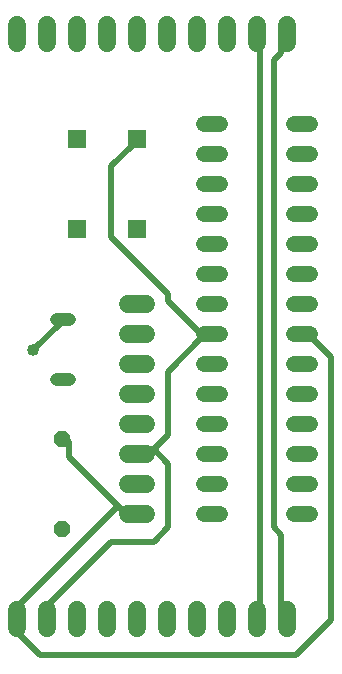
<source format=gbl>
G75*
%MOIN*%
%OFA0B0*%
%FSLAX25Y25*%
%IPPOS*%
%LPD*%
%AMOC8*
5,1,8,0,0,1.08239X$1,22.5*
%
%ADD10C,0.05200*%
%ADD11C,0.06000*%
%ADD12C,0.04400*%
%ADD13OC8,0.05200*%
%ADD14R,0.05906X0.05906*%
%ADD15C,0.01969*%
%ADD16C,0.04000*%
D10*
X0308400Y0126000D02*
X0313600Y0126000D01*
X0313600Y0136000D02*
X0308400Y0136000D01*
X0308400Y0146000D02*
X0313600Y0146000D01*
X0313600Y0156000D02*
X0308400Y0156000D01*
X0308400Y0166000D02*
X0313600Y0166000D01*
X0313600Y0176000D02*
X0308400Y0176000D01*
X0308400Y0186000D02*
X0313600Y0186000D01*
X0313600Y0196000D02*
X0308400Y0196000D01*
X0308400Y0206000D02*
X0313600Y0206000D01*
X0313600Y0216000D02*
X0308400Y0216000D01*
X0308400Y0226000D02*
X0313600Y0226000D01*
X0313600Y0236000D02*
X0308400Y0236000D01*
X0308400Y0246000D02*
X0313600Y0246000D01*
X0313600Y0256000D02*
X0308400Y0256000D01*
X0338400Y0256000D02*
X0343600Y0256000D01*
X0343600Y0246000D02*
X0338400Y0246000D01*
X0338400Y0236000D02*
X0343600Y0236000D01*
X0343600Y0226000D02*
X0338400Y0226000D01*
X0338400Y0216000D02*
X0343600Y0216000D01*
X0343600Y0206000D02*
X0338400Y0206000D01*
X0338400Y0196000D02*
X0343600Y0196000D01*
X0343600Y0186000D02*
X0338400Y0186000D01*
X0338400Y0176000D02*
X0343600Y0176000D01*
X0343600Y0166000D02*
X0338400Y0166000D01*
X0338400Y0156000D02*
X0343600Y0156000D01*
X0343600Y0146000D02*
X0338400Y0146000D01*
X0338400Y0136000D02*
X0343600Y0136000D01*
X0343600Y0126000D02*
X0338400Y0126000D01*
D11*
X0246000Y0094000D02*
X0246000Y0088000D01*
X0256000Y0088000D02*
X0256000Y0094000D01*
X0266000Y0094000D02*
X0266000Y0088000D01*
X0276000Y0088000D02*
X0276000Y0094000D01*
X0286000Y0094000D02*
X0286000Y0088000D01*
X0296000Y0088000D02*
X0296000Y0094000D01*
X0306000Y0094000D02*
X0306000Y0088000D01*
X0316000Y0088000D02*
X0316000Y0094000D01*
X0326000Y0094000D02*
X0326000Y0088000D01*
X0336000Y0088000D02*
X0336000Y0094000D01*
X0289000Y0126000D02*
X0283000Y0126000D01*
X0283000Y0136000D02*
X0289000Y0136000D01*
X0289000Y0146000D02*
X0283000Y0146000D01*
X0283000Y0156000D02*
X0289000Y0156000D01*
X0289000Y0166000D02*
X0283000Y0166000D01*
X0283000Y0176000D02*
X0289000Y0176000D01*
X0289000Y0186000D02*
X0283000Y0186000D01*
X0283000Y0196000D02*
X0289000Y0196000D01*
X0286000Y0283000D02*
X0286000Y0289000D01*
X0296000Y0289000D02*
X0296000Y0283000D01*
X0306000Y0283000D02*
X0306000Y0289000D01*
X0316000Y0289000D02*
X0316000Y0283000D01*
X0326000Y0283000D02*
X0326000Y0289000D01*
X0336000Y0289000D02*
X0336000Y0283000D01*
X0276000Y0283000D02*
X0276000Y0289000D01*
X0266000Y0289000D02*
X0266000Y0283000D01*
X0256000Y0283000D02*
X0256000Y0289000D01*
X0246000Y0289000D02*
X0246000Y0283000D01*
D12*
X0258800Y0191000D02*
X0263200Y0191000D01*
X0263200Y0171000D02*
X0258800Y0171000D01*
D13*
X0261000Y0151000D03*
X0261000Y0121000D03*
D14*
X0266000Y0221000D03*
X0286000Y0221000D03*
X0286000Y0251000D03*
X0266000Y0251000D03*
D15*
X0277378Y0241945D02*
X0284465Y0249031D01*
X0286000Y0251000D01*
X0277378Y0241945D02*
X0277378Y0218323D01*
X0296276Y0199425D01*
X0296276Y0197063D01*
X0308087Y0185252D01*
X0311000Y0186000D01*
X0310449Y0185252D01*
X0308087Y0185252D01*
X0296276Y0173441D01*
X0296276Y0152181D01*
X0291551Y0147457D01*
X0286000Y0146000D01*
X0286827Y0147457D01*
X0291551Y0147457D01*
X0296276Y0142732D01*
X0296276Y0121472D01*
X0291551Y0116748D01*
X0277378Y0116748D01*
X0256118Y0095488D01*
X0256118Y0093126D01*
X0256000Y0091000D01*
X0246669Y0090764D02*
X0246669Y0086039D01*
X0253756Y0078953D01*
X0338795Y0078953D01*
X0350606Y0090764D01*
X0350606Y0178165D01*
X0343520Y0185252D01*
X0341157Y0185252D01*
X0341000Y0186000D01*
X0261000Y0191000D02*
X0260843Y0189976D01*
X0251394Y0180528D01*
X0261000Y0151000D02*
X0263205Y0149819D01*
X0263205Y0145094D01*
X0279740Y0128559D01*
X0246669Y0095488D01*
X0246669Y0093126D01*
X0246000Y0091000D01*
X0246669Y0090764D01*
X0284465Y0123835D02*
X0279740Y0128559D01*
X0284465Y0123835D02*
X0286000Y0126000D01*
X0331709Y0121472D02*
X0331709Y0277378D01*
X0334071Y0279740D01*
X0334071Y0284465D01*
X0336000Y0286000D01*
X0326984Y0284465D02*
X0326000Y0286000D01*
X0326984Y0284465D02*
X0326984Y0093126D01*
X0326000Y0091000D01*
X0334071Y0093126D02*
X0336000Y0091000D01*
X0334071Y0093126D02*
X0334071Y0119110D01*
X0331709Y0121472D01*
D16*
X0251394Y0180528D03*
M02*

</source>
